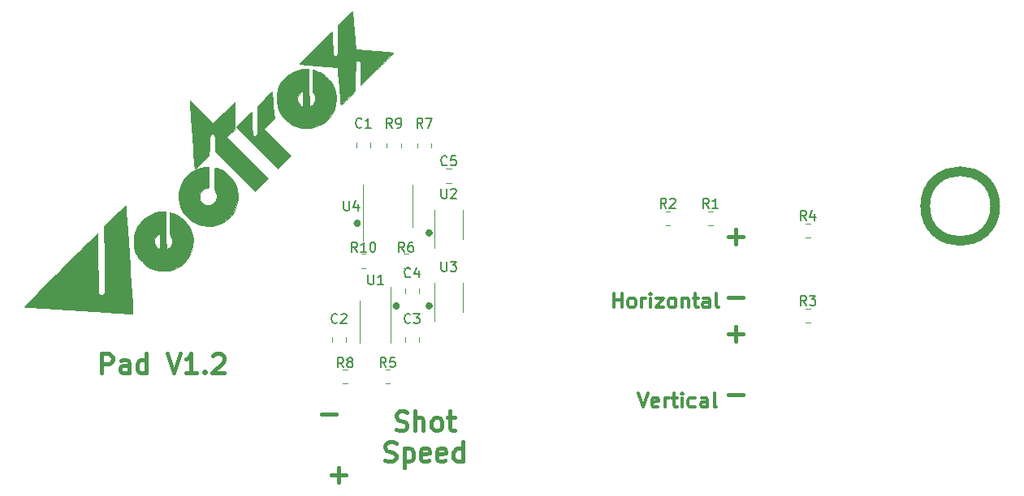
<source format=gbr>
%TF.GenerationSoftware,KiCad,Pcbnew,(6.0.5-71-gf89d5f9949)*%
%TF.CreationDate,2022-05-26T15:02:21+02:00*%
%TF.ProjectId,Vectrex Pad miniNeoGeo,56656374-7265-4782-9050-6164206d696e,1.2*%
%TF.SameCoordinates,Original*%
%TF.FileFunction,Legend,Top*%
%TF.FilePolarity,Positive*%
%FSLAX46Y46*%
G04 Gerber Fmt 4.6, Leading zero omitted, Abs format (unit mm)*
G04 Created by KiCad (PCBNEW (6.0.5-71-gf89d5f9949)) date 2022-05-26 15:02:21*
%MOMM*%
%LPD*%
G01*
G04 APERTURE LIST*
%ADD10C,0.800000*%
%ADD11C,0.300000*%
%ADD12C,0.400000*%
%ADD13C,0.150000*%
%ADD14C,0.120000*%
%ADD15C,0.010000*%
%ADD16C,1.000000*%
G04 APERTURE END LIST*
D10*
X135128001Y-78994000D02*
G75*
G03*
X135128001Y-78994000I-1J0D01*
G01*
X131699001Y-86614000D02*
G75*
G03*
X131699001Y-86614000I-1J0D01*
G01*
X127635000Y-77978000D02*
G75*
G03*
X127635000Y-77978000I-1J0D01*
G01*
X135128001Y-86614000D02*
G75*
G03*
X135128001Y-86614000I-1J0D01*
G01*
D11*
X156928857Y-95698571D02*
X157428857Y-97198571D01*
X157928857Y-95698571D01*
X159000285Y-97127142D02*
X158857428Y-97198571D01*
X158571714Y-97198571D01*
X158428857Y-97127142D01*
X158357428Y-96984285D01*
X158357428Y-96412857D01*
X158428857Y-96270000D01*
X158571714Y-96198571D01*
X158857428Y-96198571D01*
X159000285Y-96270000D01*
X159071714Y-96412857D01*
X159071714Y-96555714D01*
X158357428Y-96698571D01*
X159714571Y-97198571D02*
X159714571Y-96198571D01*
X159714571Y-96484285D02*
X159786000Y-96341428D01*
X159857428Y-96270000D01*
X160000285Y-96198571D01*
X160143142Y-96198571D01*
X160428857Y-96198571D02*
X161000285Y-96198571D01*
X160643142Y-95698571D02*
X160643142Y-96984285D01*
X160714571Y-97127142D01*
X160857428Y-97198571D01*
X161000285Y-97198571D01*
X161500285Y-97198571D02*
X161500285Y-96198571D01*
X161500285Y-95698571D02*
X161428857Y-95770000D01*
X161500285Y-95841428D01*
X161571714Y-95770000D01*
X161500285Y-95698571D01*
X161500285Y-95841428D01*
X162857428Y-97127142D02*
X162714571Y-97198571D01*
X162428857Y-97198571D01*
X162286000Y-97127142D01*
X162214571Y-97055714D01*
X162143142Y-96912857D01*
X162143142Y-96484285D01*
X162214571Y-96341428D01*
X162286000Y-96270000D01*
X162428857Y-96198571D01*
X162714571Y-96198571D01*
X162857428Y-96270000D01*
X164143142Y-97198571D02*
X164143142Y-96412857D01*
X164071714Y-96270000D01*
X163928857Y-96198571D01*
X163643142Y-96198571D01*
X163500285Y-96270000D01*
X164143142Y-97127142D02*
X164000285Y-97198571D01*
X163643142Y-97198571D01*
X163500285Y-97127142D01*
X163428857Y-96984285D01*
X163428857Y-96841428D01*
X163500285Y-96698571D01*
X163643142Y-96627142D01*
X164000285Y-96627142D01*
X164143142Y-96555714D01*
X165071714Y-97198571D02*
X164928857Y-97127142D01*
X164857428Y-96984285D01*
X164857428Y-95698571D01*
D12*
X100981666Y-93614761D02*
X100981666Y-91614761D01*
X101743571Y-91614761D01*
X101934047Y-91710000D01*
X102029285Y-91805238D01*
X102124523Y-91995714D01*
X102124523Y-92281428D01*
X102029285Y-92471904D01*
X101934047Y-92567142D01*
X101743571Y-92662380D01*
X100981666Y-92662380D01*
X103838809Y-93614761D02*
X103838809Y-92567142D01*
X103743571Y-92376666D01*
X103553095Y-92281428D01*
X103172142Y-92281428D01*
X102981666Y-92376666D01*
X103838809Y-93519523D02*
X103648333Y-93614761D01*
X103172142Y-93614761D01*
X102981666Y-93519523D01*
X102886428Y-93329047D01*
X102886428Y-93138571D01*
X102981666Y-92948095D01*
X103172142Y-92852857D01*
X103648333Y-92852857D01*
X103838809Y-92757619D01*
X105648333Y-93614761D02*
X105648333Y-91614761D01*
X105648333Y-93519523D02*
X105457857Y-93614761D01*
X105076904Y-93614761D01*
X104886428Y-93519523D01*
X104791190Y-93424285D01*
X104695952Y-93233809D01*
X104695952Y-92662380D01*
X104791190Y-92471904D01*
X104886428Y-92376666D01*
X105076904Y-92281428D01*
X105457857Y-92281428D01*
X105648333Y-92376666D01*
X107838809Y-91614761D02*
X108505476Y-93614761D01*
X109172142Y-91614761D01*
X110886428Y-93614761D02*
X109743571Y-93614761D01*
X110315000Y-93614761D02*
X110315000Y-91614761D01*
X110124523Y-91900476D01*
X109934047Y-92090952D01*
X109743571Y-92186190D01*
X111743571Y-93424285D02*
X111838809Y-93519523D01*
X111743571Y-93614761D01*
X111648333Y-93519523D01*
X111743571Y-93424285D01*
X111743571Y-93614761D01*
X112600714Y-91805238D02*
X112695952Y-91710000D01*
X112886428Y-91614761D01*
X113362619Y-91614761D01*
X113553095Y-91710000D01*
X113648333Y-91805238D01*
X113743571Y-91995714D01*
X113743571Y-92186190D01*
X113648333Y-92471904D01*
X112505476Y-93614761D01*
X113743571Y-93614761D01*
X131667619Y-99529523D02*
X131953333Y-99624761D01*
X132429523Y-99624761D01*
X132620000Y-99529523D01*
X132715238Y-99434285D01*
X132810476Y-99243809D01*
X132810476Y-99053333D01*
X132715238Y-98862857D01*
X132620000Y-98767619D01*
X132429523Y-98672380D01*
X132048571Y-98577142D01*
X131858095Y-98481904D01*
X131762857Y-98386666D01*
X131667619Y-98196190D01*
X131667619Y-98005714D01*
X131762857Y-97815238D01*
X131858095Y-97720000D01*
X132048571Y-97624761D01*
X132524761Y-97624761D01*
X132810476Y-97720000D01*
X133667619Y-99624761D02*
X133667619Y-97624761D01*
X134524761Y-99624761D02*
X134524761Y-98577142D01*
X134429523Y-98386666D01*
X134239047Y-98291428D01*
X133953333Y-98291428D01*
X133762857Y-98386666D01*
X133667619Y-98481904D01*
X135762857Y-99624761D02*
X135572380Y-99529523D01*
X135477142Y-99434285D01*
X135381904Y-99243809D01*
X135381904Y-98672380D01*
X135477142Y-98481904D01*
X135572380Y-98386666D01*
X135762857Y-98291428D01*
X136048571Y-98291428D01*
X136239047Y-98386666D01*
X136334285Y-98481904D01*
X136429523Y-98672380D01*
X136429523Y-99243809D01*
X136334285Y-99434285D01*
X136239047Y-99529523D01*
X136048571Y-99624761D01*
X135762857Y-99624761D01*
X137000952Y-98291428D02*
X137762857Y-98291428D01*
X137286666Y-97624761D02*
X137286666Y-99339047D01*
X137381904Y-99529523D01*
X137572380Y-99624761D01*
X137762857Y-99624761D01*
X130524761Y-102749523D02*
X130810476Y-102844761D01*
X131286666Y-102844761D01*
X131477142Y-102749523D01*
X131572380Y-102654285D01*
X131667619Y-102463809D01*
X131667619Y-102273333D01*
X131572380Y-102082857D01*
X131477142Y-101987619D01*
X131286666Y-101892380D01*
X130905714Y-101797142D01*
X130715238Y-101701904D01*
X130620000Y-101606666D01*
X130524761Y-101416190D01*
X130524761Y-101225714D01*
X130620000Y-101035238D01*
X130715238Y-100940000D01*
X130905714Y-100844761D01*
X131381904Y-100844761D01*
X131667619Y-100940000D01*
X132524761Y-101511428D02*
X132524761Y-103511428D01*
X132524761Y-101606666D02*
X132715238Y-101511428D01*
X133096190Y-101511428D01*
X133286666Y-101606666D01*
X133381904Y-101701904D01*
X133477142Y-101892380D01*
X133477142Y-102463809D01*
X133381904Y-102654285D01*
X133286666Y-102749523D01*
X133096190Y-102844761D01*
X132715238Y-102844761D01*
X132524761Y-102749523D01*
X135096190Y-102749523D02*
X134905714Y-102844761D01*
X134524761Y-102844761D01*
X134334285Y-102749523D01*
X134239047Y-102559047D01*
X134239047Y-101797142D01*
X134334285Y-101606666D01*
X134524761Y-101511428D01*
X134905714Y-101511428D01*
X135096190Y-101606666D01*
X135191428Y-101797142D01*
X135191428Y-101987619D01*
X134239047Y-102178095D01*
X136810476Y-102749523D02*
X136620000Y-102844761D01*
X136239047Y-102844761D01*
X136048571Y-102749523D01*
X135953333Y-102559047D01*
X135953333Y-101797142D01*
X136048571Y-101606666D01*
X136239047Y-101511428D01*
X136620000Y-101511428D01*
X136810476Y-101606666D01*
X136905714Y-101797142D01*
X136905714Y-101987619D01*
X135953333Y-102178095D01*
X138620000Y-102844761D02*
X138620000Y-100844761D01*
X138620000Y-102749523D02*
X138429523Y-102844761D01*
X138048571Y-102844761D01*
X137858095Y-102749523D01*
X137762857Y-102654285D01*
X137667619Y-102463809D01*
X137667619Y-101892380D01*
X137762857Y-101701904D01*
X137858095Y-101606666D01*
X138048571Y-101511428D01*
X138429523Y-101511428D01*
X138620000Y-101606666D01*
X166370095Y-85740857D02*
X167893904Y-85740857D01*
X123952095Y-97932857D02*
X125475904Y-97932857D01*
X124968095Y-104282857D02*
X126491904Y-104282857D01*
X125730000Y-105044761D02*
X125730000Y-103520952D01*
D11*
X154373142Y-86784571D02*
X154373142Y-85284571D01*
X154373142Y-85998857D02*
X155230285Y-85998857D01*
X155230285Y-86784571D02*
X155230285Y-85284571D01*
X156158857Y-86784571D02*
X156016000Y-86713142D01*
X155944571Y-86641714D01*
X155873142Y-86498857D01*
X155873142Y-86070285D01*
X155944571Y-85927428D01*
X156016000Y-85856000D01*
X156158857Y-85784571D01*
X156373142Y-85784571D01*
X156516000Y-85856000D01*
X156587428Y-85927428D01*
X156658857Y-86070285D01*
X156658857Y-86498857D01*
X156587428Y-86641714D01*
X156516000Y-86713142D01*
X156373142Y-86784571D01*
X156158857Y-86784571D01*
X157301714Y-86784571D02*
X157301714Y-85784571D01*
X157301714Y-86070285D02*
X157373142Y-85927428D01*
X157444571Y-85856000D01*
X157587428Y-85784571D01*
X157730285Y-85784571D01*
X158230285Y-86784571D02*
X158230285Y-85784571D01*
X158230285Y-85284571D02*
X158158857Y-85356000D01*
X158230285Y-85427428D01*
X158301714Y-85356000D01*
X158230285Y-85284571D01*
X158230285Y-85427428D01*
X158801714Y-85784571D02*
X159587428Y-85784571D01*
X158801714Y-86784571D01*
X159587428Y-86784571D01*
X160373142Y-86784571D02*
X160230285Y-86713142D01*
X160158857Y-86641714D01*
X160087428Y-86498857D01*
X160087428Y-86070285D01*
X160158857Y-85927428D01*
X160230285Y-85856000D01*
X160373142Y-85784571D01*
X160587428Y-85784571D01*
X160730285Y-85856000D01*
X160801714Y-85927428D01*
X160873142Y-86070285D01*
X160873142Y-86498857D01*
X160801714Y-86641714D01*
X160730285Y-86713142D01*
X160587428Y-86784571D01*
X160373142Y-86784571D01*
X161516000Y-85784571D02*
X161516000Y-86784571D01*
X161516000Y-85927428D02*
X161587428Y-85856000D01*
X161730285Y-85784571D01*
X161944571Y-85784571D01*
X162087428Y-85856000D01*
X162158857Y-85998857D01*
X162158857Y-86784571D01*
X162658857Y-85784571D02*
X163230285Y-85784571D01*
X162873142Y-85284571D02*
X162873142Y-86570285D01*
X162944571Y-86713142D01*
X163087428Y-86784571D01*
X163230285Y-86784571D01*
X164373142Y-86784571D02*
X164373142Y-85998857D01*
X164301714Y-85856000D01*
X164158857Y-85784571D01*
X163873142Y-85784571D01*
X163730285Y-85856000D01*
X164373142Y-86713142D02*
X164230285Y-86784571D01*
X163873142Y-86784571D01*
X163730285Y-86713142D01*
X163658857Y-86570285D01*
X163658857Y-86427428D01*
X163730285Y-86284571D01*
X163873142Y-86213142D01*
X164230285Y-86213142D01*
X164373142Y-86141714D01*
X165301714Y-86784571D02*
X165158857Y-86713142D01*
X165087428Y-86570285D01*
X165087428Y-85284571D01*
D12*
X166370095Y-89550857D02*
X167893904Y-89550857D01*
X167132000Y-90312761D02*
X167132000Y-88788952D01*
X166370095Y-79390857D02*
X167893904Y-79390857D01*
X167132000Y-80152761D02*
X167132000Y-78628952D01*
X166370095Y-95900857D02*
X167893904Y-95900857D01*
D13*
%TO.C,R6*%
X132548333Y-80970380D02*
X132215000Y-80494190D01*
X131976904Y-80970380D02*
X131976904Y-79970380D01*
X132357857Y-79970380D01*
X132453095Y-80018000D01*
X132500714Y-80065619D01*
X132548333Y-80160857D01*
X132548333Y-80303714D01*
X132500714Y-80398952D01*
X132453095Y-80446571D01*
X132357857Y-80494190D01*
X131976904Y-80494190D01*
X133405476Y-79970380D02*
X133215000Y-79970380D01*
X133119761Y-80018000D01*
X133072142Y-80065619D01*
X132976904Y-80208476D01*
X132929285Y-80398952D01*
X132929285Y-80779904D01*
X132976904Y-80875142D01*
X133024523Y-80922761D01*
X133119761Y-80970380D01*
X133310238Y-80970380D01*
X133405476Y-80922761D01*
X133453095Y-80875142D01*
X133500714Y-80779904D01*
X133500714Y-80541809D01*
X133453095Y-80446571D01*
X133405476Y-80398952D01*
X133310238Y-80351333D01*
X133119761Y-80351333D01*
X133024523Y-80398952D01*
X132976904Y-80446571D01*
X132929285Y-80541809D01*
%TO.C,C3*%
X133183333Y-88342742D02*
X133135714Y-88390361D01*
X132992857Y-88437980D01*
X132897619Y-88437980D01*
X132754761Y-88390361D01*
X132659523Y-88295123D01*
X132611904Y-88199885D01*
X132564285Y-88009409D01*
X132564285Y-87866552D01*
X132611904Y-87676076D01*
X132659523Y-87580838D01*
X132754761Y-87485600D01*
X132897619Y-87437980D01*
X132992857Y-87437980D01*
X133135714Y-87485600D01*
X133183333Y-87533219D01*
X133516666Y-87437980D02*
X134135714Y-87437980D01*
X133802380Y-87818933D01*
X133945238Y-87818933D01*
X134040476Y-87866552D01*
X134088095Y-87914171D01*
X134135714Y-88009409D01*
X134135714Y-88247504D01*
X134088095Y-88342742D01*
X134040476Y-88390361D01*
X133945238Y-88437980D01*
X133659523Y-88437980D01*
X133564285Y-88390361D01*
X133516666Y-88342742D01*
%TO.C,U2*%
X136398095Y-74382380D02*
X136398095Y-75191904D01*
X136445714Y-75287142D01*
X136493333Y-75334761D01*
X136588571Y-75382380D01*
X136779047Y-75382380D01*
X136874285Y-75334761D01*
X136921904Y-75287142D01*
X136969523Y-75191904D01*
X136969523Y-74382380D01*
X137398095Y-74477619D02*
X137445714Y-74430000D01*
X137540952Y-74382380D01*
X137779047Y-74382380D01*
X137874285Y-74430000D01*
X137921904Y-74477619D01*
X137969523Y-74572857D01*
X137969523Y-74668095D01*
X137921904Y-74810952D01*
X137350476Y-75382380D01*
X137969523Y-75382380D01*
%TO.C,R8*%
X126198333Y-93035380D02*
X125865000Y-92559190D01*
X125626904Y-93035380D02*
X125626904Y-92035380D01*
X126007857Y-92035380D01*
X126103095Y-92083000D01*
X126150714Y-92130619D01*
X126198333Y-92225857D01*
X126198333Y-92368714D01*
X126150714Y-92463952D01*
X126103095Y-92511571D01*
X126007857Y-92559190D01*
X125626904Y-92559190D01*
X126769761Y-92463952D02*
X126674523Y-92416333D01*
X126626904Y-92368714D01*
X126579285Y-92273476D01*
X126579285Y-92225857D01*
X126626904Y-92130619D01*
X126674523Y-92083000D01*
X126769761Y-92035380D01*
X126960238Y-92035380D01*
X127055476Y-92083000D01*
X127103095Y-92130619D01*
X127150714Y-92225857D01*
X127150714Y-92273476D01*
X127103095Y-92368714D01*
X127055476Y-92416333D01*
X126960238Y-92463952D01*
X126769761Y-92463952D01*
X126674523Y-92511571D01*
X126626904Y-92559190D01*
X126579285Y-92654428D01*
X126579285Y-92844904D01*
X126626904Y-92940142D01*
X126674523Y-92987761D01*
X126769761Y-93035380D01*
X126960238Y-93035380D01*
X127055476Y-92987761D01*
X127103095Y-92940142D01*
X127150714Y-92844904D01*
X127150714Y-92654428D01*
X127103095Y-92559190D01*
X127055476Y-92511571D01*
X126960238Y-92463952D01*
%TO.C,R2*%
X159853333Y-76398380D02*
X159520000Y-75922190D01*
X159281904Y-76398380D02*
X159281904Y-75398380D01*
X159662857Y-75398380D01*
X159758095Y-75446000D01*
X159805714Y-75493619D01*
X159853333Y-75588857D01*
X159853333Y-75731714D01*
X159805714Y-75826952D01*
X159758095Y-75874571D01*
X159662857Y-75922190D01*
X159281904Y-75922190D01*
X160234285Y-75493619D02*
X160281904Y-75446000D01*
X160377142Y-75398380D01*
X160615238Y-75398380D01*
X160710476Y-75446000D01*
X160758095Y-75493619D01*
X160805714Y-75588857D01*
X160805714Y-75684095D01*
X160758095Y-75826952D01*
X160186666Y-76398380D01*
X160805714Y-76398380D01*
%TO.C,R10*%
X127627142Y-80970380D02*
X127293809Y-80494190D01*
X127055714Y-80970380D02*
X127055714Y-79970380D01*
X127436666Y-79970380D01*
X127531904Y-80018000D01*
X127579523Y-80065619D01*
X127627142Y-80160857D01*
X127627142Y-80303714D01*
X127579523Y-80398952D01*
X127531904Y-80446571D01*
X127436666Y-80494190D01*
X127055714Y-80494190D01*
X128579523Y-80970380D02*
X128008095Y-80970380D01*
X128293809Y-80970380D02*
X128293809Y-79970380D01*
X128198571Y-80113238D01*
X128103333Y-80208476D01*
X128008095Y-80256095D01*
X129198571Y-79970380D02*
X129293809Y-79970380D01*
X129389047Y-80018000D01*
X129436666Y-80065619D01*
X129484285Y-80160857D01*
X129531904Y-80351333D01*
X129531904Y-80589428D01*
X129484285Y-80779904D01*
X129436666Y-80875142D01*
X129389047Y-80922761D01*
X129293809Y-80970380D01*
X129198571Y-80970380D01*
X129103333Y-80922761D01*
X129055714Y-80875142D01*
X129008095Y-80779904D01*
X128960476Y-80589428D01*
X128960476Y-80351333D01*
X129008095Y-80160857D01*
X129055714Y-80065619D01*
X129103333Y-80018000D01*
X129198571Y-79970380D01*
%TO.C,R4*%
X174458333Y-77668380D02*
X174125000Y-77192190D01*
X173886904Y-77668380D02*
X173886904Y-76668380D01*
X174267857Y-76668380D01*
X174363095Y-76716000D01*
X174410714Y-76763619D01*
X174458333Y-76858857D01*
X174458333Y-77001714D01*
X174410714Y-77096952D01*
X174363095Y-77144571D01*
X174267857Y-77192190D01*
X173886904Y-77192190D01*
X175315476Y-77001714D02*
X175315476Y-77668380D01*
X175077380Y-76620761D02*
X174839285Y-77335047D01*
X175458333Y-77335047D01*
%TO.C,C2*%
X125563333Y-88342742D02*
X125515714Y-88390361D01*
X125372857Y-88437980D01*
X125277619Y-88437980D01*
X125134761Y-88390361D01*
X125039523Y-88295123D01*
X124991904Y-88199885D01*
X124944285Y-88009409D01*
X124944285Y-87866552D01*
X124991904Y-87676076D01*
X125039523Y-87580838D01*
X125134761Y-87485600D01*
X125277619Y-87437980D01*
X125372857Y-87437980D01*
X125515714Y-87485600D01*
X125563333Y-87533219D01*
X125944285Y-87533219D02*
X125991904Y-87485600D01*
X126087142Y-87437980D01*
X126325238Y-87437980D01*
X126420476Y-87485600D01*
X126468095Y-87533219D01*
X126515714Y-87628457D01*
X126515714Y-87723695D01*
X126468095Y-87866552D01*
X125896666Y-88437980D01*
X126515714Y-88437980D01*
%TO.C,R3*%
X174458333Y-86558380D02*
X174125000Y-86082190D01*
X173886904Y-86558380D02*
X173886904Y-85558380D01*
X174267857Y-85558380D01*
X174363095Y-85606000D01*
X174410714Y-85653619D01*
X174458333Y-85748857D01*
X174458333Y-85891714D01*
X174410714Y-85986952D01*
X174363095Y-86034571D01*
X174267857Y-86082190D01*
X173886904Y-86082190D01*
X174791666Y-85558380D02*
X175410714Y-85558380D01*
X175077380Y-85939333D01*
X175220238Y-85939333D01*
X175315476Y-85986952D01*
X175363095Y-86034571D01*
X175410714Y-86129809D01*
X175410714Y-86367904D01*
X175363095Y-86463142D01*
X175315476Y-86510761D01*
X175220238Y-86558380D01*
X174934523Y-86558380D01*
X174839285Y-86510761D01*
X174791666Y-86463142D01*
%TO.C,R7*%
X134453333Y-68016380D02*
X134120000Y-67540190D01*
X133881904Y-68016380D02*
X133881904Y-67016380D01*
X134262857Y-67016380D01*
X134358095Y-67064000D01*
X134405714Y-67111619D01*
X134453333Y-67206857D01*
X134453333Y-67349714D01*
X134405714Y-67444952D01*
X134358095Y-67492571D01*
X134262857Y-67540190D01*
X133881904Y-67540190D01*
X134786666Y-67016380D02*
X135453333Y-67016380D01*
X135024761Y-68016380D01*
%TO.C,R9*%
X131278333Y-68016380D02*
X130945000Y-67540190D01*
X130706904Y-68016380D02*
X130706904Y-67016380D01*
X131087857Y-67016380D01*
X131183095Y-67064000D01*
X131230714Y-67111619D01*
X131278333Y-67206857D01*
X131278333Y-67349714D01*
X131230714Y-67444952D01*
X131183095Y-67492571D01*
X131087857Y-67540190D01*
X130706904Y-67540190D01*
X131754523Y-68016380D02*
X131945000Y-68016380D01*
X132040238Y-67968761D01*
X132087857Y-67921142D01*
X132183095Y-67778285D01*
X132230714Y-67587809D01*
X132230714Y-67206857D01*
X132183095Y-67111619D01*
X132135476Y-67064000D01*
X132040238Y-67016380D01*
X131849761Y-67016380D01*
X131754523Y-67064000D01*
X131706904Y-67111619D01*
X131659285Y-67206857D01*
X131659285Y-67444952D01*
X131706904Y-67540190D01*
X131754523Y-67587809D01*
X131849761Y-67635428D01*
X132040238Y-67635428D01*
X132135476Y-67587809D01*
X132183095Y-67540190D01*
X132230714Y-67444952D01*
%TO.C,R1*%
X164298333Y-76398380D02*
X163965000Y-75922190D01*
X163726904Y-76398380D02*
X163726904Y-75398380D01*
X164107857Y-75398380D01*
X164203095Y-75446000D01*
X164250714Y-75493619D01*
X164298333Y-75588857D01*
X164298333Y-75731714D01*
X164250714Y-75826952D01*
X164203095Y-75874571D01*
X164107857Y-75922190D01*
X163726904Y-75922190D01*
X165250714Y-76398380D02*
X164679285Y-76398380D01*
X164965000Y-76398380D02*
X164965000Y-75398380D01*
X164869761Y-75541238D01*
X164774523Y-75636476D01*
X164679285Y-75684095D01*
%TO.C,U4*%
X126238095Y-75652380D02*
X126238095Y-76461904D01*
X126285714Y-76557142D01*
X126333333Y-76604761D01*
X126428571Y-76652380D01*
X126619047Y-76652380D01*
X126714285Y-76604761D01*
X126761904Y-76557142D01*
X126809523Y-76461904D01*
X126809523Y-75652380D01*
X127714285Y-75985714D02*
X127714285Y-76652380D01*
X127476190Y-75604761D02*
X127238095Y-76319047D01*
X127857142Y-76319047D01*
%TO.C,U3*%
X136398095Y-82002380D02*
X136398095Y-82811904D01*
X136445714Y-82907142D01*
X136493333Y-82954761D01*
X136588571Y-83002380D01*
X136779047Y-83002380D01*
X136874285Y-82954761D01*
X136921904Y-82907142D01*
X136969523Y-82811904D01*
X136969523Y-82002380D01*
X137350476Y-82002380D02*
X137969523Y-82002380D01*
X137636190Y-82383333D01*
X137779047Y-82383333D01*
X137874285Y-82430952D01*
X137921904Y-82478571D01*
X137969523Y-82573809D01*
X137969523Y-82811904D01*
X137921904Y-82907142D01*
X137874285Y-82954761D01*
X137779047Y-83002380D01*
X137493333Y-83002380D01*
X137398095Y-82954761D01*
X137350476Y-82907142D01*
%TO.C,U1*%
X128778095Y-83373980D02*
X128778095Y-84183504D01*
X128825714Y-84278742D01*
X128873333Y-84326361D01*
X128968571Y-84373980D01*
X129159047Y-84373980D01*
X129254285Y-84326361D01*
X129301904Y-84278742D01*
X129349523Y-84183504D01*
X129349523Y-83373980D01*
X130349523Y-84373980D02*
X129778095Y-84373980D01*
X130063809Y-84373980D02*
X130063809Y-83373980D01*
X129968571Y-83516838D01*
X129873333Y-83612076D01*
X129778095Y-83659695D01*
%TO.C,C4*%
X133183333Y-83542142D02*
X133135714Y-83589761D01*
X132992857Y-83637380D01*
X132897619Y-83637380D01*
X132754761Y-83589761D01*
X132659523Y-83494523D01*
X132611904Y-83399285D01*
X132564285Y-83208809D01*
X132564285Y-83065952D01*
X132611904Y-82875476D01*
X132659523Y-82780238D01*
X132754761Y-82685000D01*
X132897619Y-82637380D01*
X132992857Y-82637380D01*
X133135714Y-82685000D01*
X133183333Y-82732619D01*
X134040476Y-82970714D02*
X134040476Y-83637380D01*
X133802380Y-82589761D02*
X133564285Y-83304047D01*
X134183333Y-83304047D01*
%TO.C,C5*%
X136993333Y-71858142D02*
X136945714Y-71905761D01*
X136802857Y-71953380D01*
X136707619Y-71953380D01*
X136564761Y-71905761D01*
X136469523Y-71810523D01*
X136421904Y-71715285D01*
X136374285Y-71524809D01*
X136374285Y-71381952D01*
X136421904Y-71191476D01*
X136469523Y-71096238D01*
X136564761Y-71001000D01*
X136707619Y-70953380D01*
X136802857Y-70953380D01*
X136945714Y-71001000D01*
X136993333Y-71048619D01*
X137898095Y-70953380D02*
X137421904Y-70953380D01*
X137374285Y-71429571D01*
X137421904Y-71381952D01*
X137517142Y-71334333D01*
X137755238Y-71334333D01*
X137850476Y-71381952D01*
X137898095Y-71429571D01*
X137945714Y-71524809D01*
X137945714Y-71762904D01*
X137898095Y-71858142D01*
X137850476Y-71905761D01*
X137755238Y-71953380D01*
X137517142Y-71953380D01*
X137421904Y-71905761D01*
X137374285Y-71858142D01*
%TO.C,C1*%
X128103333Y-67921142D02*
X128055714Y-67968761D01*
X127912857Y-68016380D01*
X127817619Y-68016380D01*
X127674761Y-67968761D01*
X127579523Y-67873523D01*
X127531904Y-67778285D01*
X127484285Y-67587809D01*
X127484285Y-67444952D01*
X127531904Y-67254476D01*
X127579523Y-67159238D01*
X127674761Y-67064000D01*
X127817619Y-67016380D01*
X127912857Y-67016380D01*
X128055714Y-67064000D01*
X128103333Y-67111619D01*
X129055714Y-68016380D02*
X128484285Y-68016380D01*
X128770000Y-68016380D02*
X128770000Y-67016380D01*
X128674761Y-67159238D01*
X128579523Y-67254476D01*
X128484285Y-67302095D01*
%TO.C,R5*%
X130643333Y-93009980D02*
X130310000Y-92533790D01*
X130071904Y-93009980D02*
X130071904Y-92009980D01*
X130452857Y-92009980D01*
X130548095Y-92057600D01*
X130595714Y-92105219D01*
X130643333Y-92200457D01*
X130643333Y-92343314D01*
X130595714Y-92438552D01*
X130548095Y-92486171D01*
X130452857Y-92533790D01*
X130071904Y-92533790D01*
X131548095Y-92009980D02*
X131071904Y-92009980D01*
X131024285Y-92486171D01*
X131071904Y-92438552D01*
X131167142Y-92390933D01*
X131405238Y-92390933D01*
X131500476Y-92438552D01*
X131548095Y-92486171D01*
X131595714Y-92581409D01*
X131595714Y-92819504D01*
X131548095Y-92914742D01*
X131500476Y-92962361D01*
X131405238Y-93009980D01*
X131167142Y-93009980D01*
X131071904Y-92962361D01*
X131024285Y-92914742D01*
D14*
%TO.C,R6*%
X132942064Y-81180000D02*
X132487936Y-81180000D01*
X132942064Y-82650000D02*
X132487936Y-82650000D01*
%TO.C,C3*%
X134085000Y-89908748D02*
X134085000Y-90431252D01*
X132615000Y-89908748D02*
X132615000Y-90431252D01*
%TO.C,U2*%
X135660000Y-76605000D02*
X135660000Y-80605000D01*
X138660000Y-76605000D02*
X138660000Y-79605000D01*
%TO.C,R8*%
X126137936Y-94715000D02*
X126592064Y-94715000D01*
X126137936Y-93245000D02*
X126592064Y-93245000D01*
%TO.C,G\u002A\u002A\u002A*%
G36*
X119847951Y-66833179D02*
G01*
X119689516Y-66622150D01*
X119661006Y-66576644D01*
X119469296Y-66185496D01*
X119325368Y-65748997D01*
X119240504Y-65305780D01*
X119224508Y-65094542D01*
X121399416Y-65094542D01*
X121483344Y-65376169D01*
X121521136Y-65451576D01*
X121598710Y-65563752D01*
X121699624Y-65671949D01*
X121802306Y-65757476D01*
X121885182Y-65801646D01*
X121920381Y-65797445D01*
X121927827Y-65745837D01*
X121934358Y-65616862D01*
X121939531Y-65426024D01*
X121942901Y-65188822D01*
X121944011Y-64970353D01*
X121942945Y-64706462D01*
X121939387Y-64475995D01*
X121933790Y-64294518D01*
X121926608Y-64177593D01*
X121919859Y-64140806D01*
X121876807Y-64157438D01*
X121790099Y-64225947D01*
X121696425Y-64314003D01*
X121506676Y-64558793D01*
X121407434Y-64820529D01*
X121399416Y-65094542D01*
X119224508Y-65094542D01*
X119223213Y-65077442D01*
X119251272Y-64546309D01*
X119362657Y-64042626D01*
X119550739Y-63573675D01*
X119808894Y-63146735D01*
X120130494Y-62769090D01*
X120508912Y-62448021D01*
X120937523Y-62190810D01*
X121409698Y-62004737D01*
X121918812Y-61897085D01*
X122135441Y-61877378D01*
X122318057Y-61871557D01*
X122464665Y-61875319D01*
X122550975Y-61887745D01*
X122562062Y-61893566D01*
X122570234Y-61946745D01*
X122577855Y-62082961D01*
X122584732Y-62292379D01*
X122590669Y-62565168D01*
X122595475Y-62891493D01*
X122598957Y-63261522D01*
X122600918Y-63665422D01*
X122601274Y-63886435D01*
X122602230Y-64380049D01*
X122604748Y-64787751D01*
X122609118Y-65116492D01*
X122615636Y-65373223D01*
X122624594Y-65564892D01*
X122636287Y-65698452D01*
X122651008Y-65780852D01*
X122669049Y-65819041D01*
X122683060Y-65823374D01*
X122758128Y-65782429D01*
X122869175Y-65694695D01*
X122963142Y-65607377D01*
X123089822Y-65467391D01*
X123165375Y-65338091D01*
X123214468Y-65176495D01*
X123217105Y-65164860D01*
X123234640Y-64942277D01*
X123199550Y-64713475D01*
X123119862Y-64513384D01*
X123043863Y-64411110D01*
X123017450Y-64355696D01*
X122996832Y-64243409D01*
X122981522Y-64066761D01*
X122971032Y-63818267D01*
X122964873Y-63490441D01*
X122962738Y-63166153D01*
X122963555Y-62846432D01*
X122967566Y-62558348D01*
X122974326Y-62314622D01*
X122983393Y-62127977D01*
X122994319Y-62011136D01*
X123004264Y-61976382D01*
X123090307Y-61973122D01*
X123239044Y-62008296D01*
X123431676Y-62075794D01*
X123649405Y-62169509D01*
X123752202Y-62219433D01*
X123893349Y-62295175D01*
X124017260Y-62375336D01*
X124143428Y-62475538D01*
X124291348Y-62611405D01*
X124480508Y-62798560D01*
X124502777Y-62821034D01*
X124690784Y-63013869D01*
X124826678Y-63162657D01*
X124925768Y-63287226D01*
X125003359Y-63407398D01*
X125074758Y-63543002D01*
X125098905Y-63593118D01*
X125253400Y-63967431D01*
X125351160Y-64333617D01*
X125400007Y-64727285D01*
X125409189Y-65005592D01*
X125366762Y-65521960D01*
X125237327Y-66020757D01*
X125026546Y-66490435D01*
X124740087Y-66919449D01*
X124383614Y-67296254D01*
X124217883Y-67433476D01*
X123783415Y-67710741D01*
X123311434Y-67908934D01*
X122814240Y-68027366D01*
X122304132Y-68065348D01*
X121793410Y-68022187D01*
X121294371Y-67897197D01*
X120819318Y-67689686D01*
X120714332Y-67629971D01*
X120511792Y-67486821D01*
X120283564Y-67289990D01*
X120181820Y-67189753D01*
X120054126Y-67063951D01*
X119847951Y-66833179D01*
G37*
D15*
X119847951Y-66833179D02*
X119689516Y-66622150D01*
X119661006Y-66576644D01*
X119469296Y-66185496D01*
X119325368Y-65748997D01*
X119240504Y-65305780D01*
X119224508Y-65094542D01*
X121399416Y-65094542D01*
X121483344Y-65376169D01*
X121521136Y-65451576D01*
X121598710Y-65563752D01*
X121699624Y-65671949D01*
X121802306Y-65757476D01*
X121885182Y-65801646D01*
X121920381Y-65797445D01*
X121927827Y-65745837D01*
X121934358Y-65616862D01*
X121939531Y-65426024D01*
X121942901Y-65188822D01*
X121944011Y-64970353D01*
X121942945Y-64706462D01*
X121939387Y-64475995D01*
X121933790Y-64294518D01*
X121926608Y-64177593D01*
X121919859Y-64140806D01*
X121876807Y-64157438D01*
X121790099Y-64225947D01*
X121696425Y-64314003D01*
X121506676Y-64558793D01*
X121407434Y-64820529D01*
X121399416Y-65094542D01*
X119224508Y-65094542D01*
X119223213Y-65077442D01*
X119251272Y-64546309D01*
X119362657Y-64042626D01*
X119550739Y-63573675D01*
X119808894Y-63146735D01*
X120130494Y-62769090D01*
X120508912Y-62448021D01*
X120937523Y-62190810D01*
X121409698Y-62004737D01*
X121918812Y-61897085D01*
X122135441Y-61877378D01*
X122318057Y-61871557D01*
X122464665Y-61875319D01*
X122550975Y-61887745D01*
X122562062Y-61893566D01*
X122570234Y-61946745D01*
X122577855Y-62082961D01*
X122584732Y-62292379D01*
X122590669Y-62565168D01*
X122595475Y-62891493D01*
X122598957Y-63261522D01*
X122600918Y-63665422D01*
X122601274Y-63886435D01*
X122602230Y-64380049D01*
X122604748Y-64787751D01*
X122609118Y-65116492D01*
X122615636Y-65373223D01*
X122624594Y-65564892D01*
X122636287Y-65698452D01*
X122651008Y-65780852D01*
X122669049Y-65819041D01*
X122683060Y-65823374D01*
X122758128Y-65782429D01*
X122869175Y-65694695D01*
X122963142Y-65607377D01*
X123089822Y-65467391D01*
X123165375Y-65338091D01*
X123214468Y-65176495D01*
X123217105Y-65164860D01*
X123234640Y-64942277D01*
X123199550Y-64713475D01*
X123119862Y-64513384D01*
X123043863Y-64411110D01*
X123017450Y-64355696D01*
X122996832Y-64243409D01*
X122981522Y-64066761D01*
X122971032Y-63818267D01*
X122964873Y-63490441D01*
X122962738Y-63166153D01*
X122963555Y-62846432D01*
X122967566Y-62558348D01*
X122974326Y-62314622D01*
X122983393Y-62127977D01*
X122994319Y-62011136D01*
X123004264Y-61976382D01*
X123090307Y-61973122D01*
X123239044Y-62008296D01*
X123431676Y-62075794D01*
X123649405Y-62169509D01*
X123752202Y-62219433D01*
X123893349Y-62295175D01*
X124017260Y-62375336D01*
X124143428Y-62475538D01*
X124291348Y-62611405D01*
X124480508Y-62798560D01*
X124502777Y-62821034D01*
X124690784Y-63013869D01*
X124826678Y-63162657D01*
X124925768Y-63287226D01*
X125003359Y-63407398D01*
X125074758Y-63543002D01*
X125098905Y-63593118D01*
X125253400Y-63967431D01*
X125351160Y-64333617D01*
X125400007Y-64727285D01*
X125409189Y-65005592D01*
X125366762Y-65521960D01*
X125237327Y-66020757D01*
X125026546Y-66490435D01*
X124740087Y-66919449D01*
X124383614Y-67296254D01*
X124217883Y-67433476D01*
X123783415Y-67710741D01*
X123311434Y-67908934D01*
X122814240Y-68027366D01*
X122304132Y-68065348D01*
X121793410Y-68022187D01*
X121294371Y-67897197D01*
X120819318Y-67689686D01*
X120714332Y-67629971D01*
X120511792Y-67486821D01*
X120283564Y-67289990D01*
X120181820Y-67189753D01*
X120054126Y-67063951D01*
X119847951Y-66833179D01*
G36*
X127116474Y-55916443D02*
G01*
X127131773Y-56049484D01*
X127152547Y-56255776D01*
X127177905Y-56525652D01*
X127206950Y-56849446D01*
X127238786Y-57217490D01*
X127272519Y-57620117D01*
X127292073Y-57859171D01*
X127451652Y-59827076D01*
X127614831Y-59834194D01*
X127764320Y-59842707D01*
X127979065Y-59857699D01*
X128247362Y-59878134D01*
X128557499Y-59902976D01*
X128897770Y-59931187D01*
X129256468Y-59961730D01*
X129621883Y-59993569D01*
X129982308Y-60025667D01*
X130326036Y-60056988D01*
X130641356Y-60086493D01*
X130916564Y-60113148D01*
X131139949Y-60135916D01*
X131299805Y-60153758D01*
X131384423Y-60165639D01*
X131394878Y-60168921D01*
X131362844Y-60206377D01*
X131270861Y-60302814D01*
X131125112Y-60452006D01*
X130931773Y-60647728D01*
X130697026Y-60883751D01*
X130427051Y-61153851D01*
X130128027Y-61451802D01*
X129806134Y-61771377D01*
X129698425Y-61878065D01*
X128001972Y-63557499D01*
X127990197Y-62347263D01*
X127985567Y-62020367D01*
X127978597Y-61723909D01*
X127969812Y-61470607D01*
X127959734Y-61273173D01*
X127948888Y-61144324D01*
X127938787Y-61097391D01*
X127848374Y-61045358D01*
X127722526Y-61007857D01*
X127619961Y-61001820D01*
X127568197Y-61019276D01*
X127526514Y-61054969D01*
X127493845Y-61118057D01*
X127469122Y-61217699D01*
X127451279Y-61363054D01*
X127439248Y-61563278D01*
X127431962Y-61827531D01*
X127428354Y-62164969D01*
X127427357Y-62584752D01*
X127427367Y-62654548D01*
X127427902Y-64164403D01*
X126678710Y-64913595D01*
X126413047Y-65176974D01*
X126207563Y-65375405D01*
X126059041Y-65511808D01*
X125964266Y-65589100D01*
X125920022Y-65610201D01*
X125916040Y-65605693D01*
X125909523Y-65548446D01*
X125896500Y-65408623D01*
X125877822Y-65196226D01*
X125854338Y-64921256D01*
X125826898Y-64593716D01*
X125796352Y-64223609D01*
X125763549Y-63820936D01*
X125747863Y-63626606D01*
X125713927Y-63214162D01*
X125681001Y-62831312D01*
X125650027Y-62487780D01*
X125621947Y-62193289D01*
X125597702Y-61957562D01*
X125578235Y-61790323D01*
X125564487Y-61701295D01*
X125560200Y-61689199D01*
X125508303Y-61682316D01*
X125373599Y-61668994D01*
X125165866Y-61650082D01*
X124894882Y-61626426D01*
X124570424Y-61598872D01*
X124202269Y-61568269D01*
X123800196Y-61535460D01*
X123581847Y-61517881D01*
X123166703Y-61484217D01*
X122780975Y-61452178D01*
X122434344Y-61422625D01*
X122136492Y-61396417D01*
X121897106Y-61374415D01*
X121725868Y-61357482D01*
X121632460Y-61346474D01*
X121617844Y-61343363D01*
X121646069Y-61307959D01*
X121734070Y-61213235D01*
X121875794Y-61065377D01*
X122065188Y-60870576D01*
X122296197Y-60635017D01*
X122562769Y-60364888D01*
X122858851Y-60066378D01*
X123178388Y-59745674D01*
X123292947Y-59631031D01*
X123699517Y-59225675D01*
X124055241Y-58873545D01*
X124357984Y-58576693D01*
X124605614Y-58337174D01*
X124795997Y-58157041D01*
X124927002Y-58038349D01*
X124996494Y-57983148D01*
X125007560Y-57980101D01*
X125014196Y-58036579D01*
X125021840Y-58172834D01*
X125030011Y-58375786D01*
X125038232Y-58632354D01*
X125046023Y-58929456D01*
X125051450Y-59178674D01*
X125060517Y-59565013D01*
X125072016Y-59868356D01*
X125088122Y-60098579D01*
X125111010Y-60265558D01*
X125142857Y-60379166D01*
X125185837Y-60449277D01*
X125242126Y-60485769D01*
X125313899Y-60498515D01*
X125342371Y-60499193D01*
X125416670Y-60494438D01*
X125476724Y-60474280D01*
X125523989Y-60429881D01*
X125559917Y-60352405D01*
X125585962Y-60233013D01*
X125603576Y-60062868D01*
X125614215Y-59833131D01*
X125619330Y-59534967D01*
X125620374Y-59159536D01*
X125619332Y-58815035D01*
X125612886Y-57311091D01*
X126347745Y-56576233D01*
X126560548Y-56365554D01*
X126751380Y-56180672D01*
X126910636Y-56030566D01*
X127028705Y-55924210D01*
X127095983Y-55870581D01*
X127107549Y-55866320D01*
X127116474Y-55916443D01*
G37*
X127116474Y-55916443D02*
X127131773Y-56049484D01*
X127152547Y-56255776D01*
X127177905Y-56525652D01*
X127206950Y-56849446D01*
X127238786Y-57217490D01*
X127272519Y-57620117D01*
X127292073Y-57859171D01*
X127451652Y-59827076D01*
X127614831Y-59834194D01*
X127764320Y-59842707D01*
X127979065Y-59857699D01*
X128247362Y-59878134D01*
X128557499Y-59902976D01*
X128897770Y-59931187D01*
X129256468Y-59961730D01*
X129621883Y-59993569D01*
X129982308Y-60025667D01*
X130326036Y-60056988D01*
X130641356Y-60086493D01*
X130916564Y-60113148D01*
X131139949Y-60135916D01*
X131299805Y-60153758D01*
X131384423Y-60165639D01*
X131394878Y-60168921D01*
X131362844Y-60206377D01*
X131270861Y-60302814D01*
X131125112Y-60452006D01*
X130931773Y-60647728D01*
X130697026Y-60883751D01*
X130427051Y-61153851D01*
X130128027Y-61451802D01*
X129806134Y-61771377D01*
X129698425Y-61878065D01*
X128001972Y-63557499D01*
X127990197Y-62347263D01*
X127985567Y-62020367D01*
X127978597Y-61723909D01*
X127969812Y-61470607D01*
X127959734Y-61273173D01*
X127948888Y-61144324D01*
X127938787Y-61097391D01*
X127848374Y-61045358D01*
X127722526Y-61007857D01*
X127619961Y-61001820D01*
X127568197Y-61019276D01*
X127526514Y-61054969D01*
X127493845Y-61118057D01*
X127469122Y-61217699D01*
X127451279Y-61363054D01*
X127439248Y-61563278D01*
X127431962Y-61827531D01*
X127428354Y-62164969D01*
X127427357Y-62584752D01*
X127427367Y-62654548D01*
X127427902Y-64164403D01*
X126678710Y-64913595D01*
X126413047Y-65176974D01*
X126207563Y-65375405D01*
X126059041Y-65511808D01*
X125964266Y-65589100D01*
X125920022Y-65610201D01*
X125916040Y-65605693D01*
X125909523Y-65548446D01*
X125896500Y-65408623D01*
X125877822Y-65196226D01*
X125854338Y-64921256D01*
X125826898Y-64593716D01*
X125796352Y-64223609D01*
X125763549Y-63820936D01*
X125747863Y-63626606D01*
X125713927Y-63214162D01*
X125681001Y-62831312D01*
X125650027Y-62487780D01*
X125621947Y-62193289D01*
X125597702Y-61957562D01*
X125578235Y-61790323D01*
X125564487Y-61701295D01*
X125560200Y-61689199D01*
X125508303Y-61682316D01*
X125373599Y-61668994D01*
X125165866Y-61650082D01*
X124894882Y-61626426D01*
X124570424Y-61598872D01*
X124202269Y-61568269D01*
X123800196Y-61535460D01*
X123581847Y-61517881D01*
X123166703Y-61484217D01*
X122780975Y-61452178D01*
X122434344Y-61422625D01*
X122136492Y-61396417D01*
X121897106Y-61374415D01*
X121725868Y-61357482D01*
X121632460Y-61346474D01*
X121617844Y-61343363D01*
X121646069Y-61307959D01*
X121734070Y-61213235D01*
X121875794Y-61065377D01*
X122065188Y-60870576D01*
X122296197Y-60635017D01*
X122562769Y-60364888D01*
X122858851Y-60066378D01*
X123178388Y-59745674D01*
X123292947Y-59631031D01*
X123699517Y-59225675D01*
X124055241Y-58873545D01*
X124357984Y-58576693D01*
X124605614Y-58337174D01*
X124795997Y-58157041D01*
X124927002Y-58038349D01*
X124996494Y-57983148D01*
X125007560Y-57980101D01*
X125014196Y-58036579D01*
X125021840Y-58172834D01*
X125030011Y-58375786D01*
X125038232Y-58632354D01*
X125046023Y-58929456D01*
X125051450Y-59178674D01*
X125060517Y-59565013D01*
X125072016Y-59868356D01*
X125088122Y-60098579D01*
X125111010Y-60265558D01*
X125142857Y-60379166D01*
X125185837Y-60449277D01*
X125242126Y-60485769D01*
X125313899Y-60498515D01*
X125342371Y-60499193D01*
X125416670Y-60494438D01*
X125476724Y-60474280D01*
X125523989Y-60429881D01*
X125559917Y-60352405D01*
X125585962Y-60233013D01*
X125603576Y-60062868D01*
X125614215Y-59833131D01*
X125619330Y-59534967D01*
X125620374Y-59159536D01*
X125619332Y-58815035D01*
X125612886Y-57311091D01*
X126347745Y-56576233D01*
X126560548Y-56365554D01*
X126751380Y-56180672D01*
X126910636Y-56030566D01*
X127028705Y-55924210D01*
X127095983Y-55870581D01*
X127107549Y-55866320D01*
X127116474Y-55916443D01*
G36*
X103475556Y-76189283D02*
G01*
X103487856Y-76320301D01*
X103505174Y-76530282D01*
X103527049Y-76812366D01*
X103553019Y-77159695D01*
X103582624Y-77565412D01*
X103615403Y-78022656D01*
X103650895Y-78524568D01*
X103688637Y-79064290D01*
X103728168Y-79634964D01*
X103769030Y-80229730D01*
X103810758Y-80841731D01*
X103852893Y-81464106D01*
X103894973Y-82089997D01*
X103936538Y-82712548D01*
X103977125Y-83324896D01*
X104016274Y-83920184D01*
X104053523Y-84491555D01*
X104088412Y-85032147D01*
X104120480Y-85535104D01*
X104149264Y-85993566D01*
X104174305Y-86400675D01*
X104195140Y-86749571D01*
X104211309Y-87033397D01*
X104222351Y-87245292D01*
X104227803Y-87378399D01*
X104227289Y-87425784D01*
X104179982Y-87425128D01*
X104045658Y-87418746D01*
X103829971Y-87406986D01*
X103538573Y-87390193D01*
X103177120Y-87368716D01*
X102751265Y-87342902D01*
X102266663Y-87313098D01*
X101728967Y-87279652D01*
X101143830Y-87242909D01*
X100516906Y-87203220D01*
X99853852Y-87160930D01*
X99160318Y-87116385D01*
X98594994Y-87079856D01*
X97880795Y-87033455D01*
X97192242Y-86988466D01*
X96535027Y-86945275D01*
X95914837Y-86904265D01*
X95337360Y-86865822D01*
X94808289Y-86830330D01*
X94333311Y-86798173D01*
X93918116Y-86769737D01*
X93568391Y-86745406D01*
X93289828Y-86725566D01*
X93088115Y-86710600D01*
X92968942Y-86700894D01*
X92936933Y-86697216D01*
X92963347Y-86662225D01*
X93052655Y-86564842D01*
X93201852Y-86408121D01*
X93407936Y-86195112D01*
X93667904Y-85928865D01*
X93978752Y-85612431D01*
X94337475Y-85248859D01*
X94741073Y-84841203D01*
X95186539Y-84392511D01*
X95670872Y-83905835D01*
X96191067Y-83384225D01*
X96707886Y-82866965D01*
X97202454Y-82372725D01*
X97678665Y-81897472D01*
X98132415Y-81445267D01*
X98559606Y-81020168D01*
X98956135Y-80626234D01*
X99317902Y-80267525D01*
X99640805Y-79948099D01*
X99920746Y-79672016D01*
X100153621Y-79443336D01*
X100335330Y-79266116D01*
X100461773Y-79144418D01*
X100528850Y-79082300D01*
X100538902Y-79074887D01*
X100542601Y-79123454D01*
X100546773Y-79257124D01*
X100551310Y-79468132D01*
X100556102Y-79748714D01*
X100561040Y-80091104D01*
X100566015Y-80487538D01*
X100570919Y-80930251D01*
X100575641Y-81411478D01*
X100580076Y-81923452D01*
X100581643Y-82121993D01*
X100586382Y-82647503D01*
X100592251Y-83148251D01*
X100599064Y-83616065D01*
X100606642Y-84042772D01*
X100614801Y-84420203D01*
X100623358Y-84740183D01*
X100632129Y-84994545D01*
X100640935Y-85175114D01*
X100649589Y-85273719D01*
X100652419Y-85286993D01*
X100738724Y-85417688D01*
X100869040Y-85485106D01*
X101018587Y-85488353D01*
X101162582Y-85426543D01*
X101270214Y-85309194D01*
X101281263Y-85243528D01*
X101290400Y-85089765D01*
X101297590Y-84852655D01*
X101302799Y-84536953D01*
X101305991Y-84147411D01*
X101307131Y-83688782D01*
X101306186Y-83165819D01*
X101303121Y-82583276D01*
X101297900Y-81945903D01*
X101296099Y-81763305D01*
X101260940Y-78319370D01*
X102345852Y-77231728D01*
X102606744Y-76971290D01*
X102847362Y-76733218D01*
X103059761Y-76525208D01*
X103235993Y-76354956D01*
X103368113Y-76230160D01*
X103448174Y-76158518D01*
X103468735Y-76144086D01*
X103475556Y-76189283D01*
G37*
X103475556Y-76189283D02*
X103487856Y-76320301D01*
X103505174Y-76530282D01*
X103527049Y-76812366D01*
X103553019Y-77159695D01*
X103582624Y-77565412D01*
X103615403Y-78022656D01*
X103650895Y-78524568D01*
X103688637Y-79064290D01*
X103728168Y-79634964D01*
X103769030Y-80229730D01*
X103810758Y-80841731D01*
X103852893Y-81464106D01*
X103894973Y-82089997D01*
X103936538Y-82712548D01*
X103977125Y-83324896D01*
X104016274Y-83920184D01*
X104053523Y-84491555D01*
X104088412Y-85032147D01*
X104120480Y-85535104D01*
X104149264Y-85993566D01*
X104174305Y-86400675D01*
X104195140Y-86749571D01*
X104211309Y-87033397D01*
X104222351Y-87245292D01*
X104227803Y-87378399D01*
X104227289Y-87425784D01*
X104179982Y-87425128D01*
X104045658Y-87418746D01*
X103829971Y-87406986D01*
X103538573Y-87390193D01*
X103177120Y-87368716D01*
X102751265Y-87342902D01*
X102266663Y-87313098D01*
X101728967Y-87279652D01*
X101143830Y-87242909D01*
X100516906Y-87203220D01*
X99853852Y-87160930D01*
X99160318Y-87116385D01*
X98594994Y-87079856D01*
X97880795Y-87033455D01*
X97192242Y-86988466D01*
X96535027Y-86945275D01*
X95914837Y-86904265D01*
X95337360Y-86865822D01*
X94808289Y-86830330D01*
X94333311Y-86798173D01*
X93918116Y-86769737D01*
X93568391Y-86745406D01*
X93289828Y-86725566D01*
X93088115Y-86710600D01*
X92968942Y-86700894D01*
X92936933Y-86697216D01*
X92963347Y-86662225D01*
X93052655Y-86564842D01*
X93201852Y-86408121D01*
X93407936Y-86195112D01*
X93667904Y-85928865D01*
X93978752Y-85612431D01*
X94337475Y-85248859D01*
X94741073Y-84841203D01*
X95186539Y-84392511D01*
X95670872Y-83905835D01*
X96191067Y-83384225D01*
X96707886Y-82866965D01*
X97202454Y-82372725D01*
X97678665Y-81897472D01*
X98132415Y-81445267D01*
X98559606Y-81020168D01*
X98956135Y-80626234D01*
X99317902Y-80267525D01*
X99640805Y-79948099D01*
X99920746Y-79672016D01*
X100153621Y-79443336D01*
X100335330Y-79266116D01*
X100461773Y-79144418D01*
X100528850Y-79082300D01*
X100538902Y-79074887D01*
X100542601Y-79123454D01*
X100546773Y-79257124D01*
X100551310Y-79468132D01*
X100556102Y-79748714D01*
X100561040Y-80091104D01*
X100566015Y-80487538D01*
X100570919Y-80930251D01*
X100575641Y-81411478D01*
X100580076Y-81923452D01*
X100581643Y-82121993D01*
X100586382Y-82647503D01*
X100592251Y-83148251D01*
X100599064Y-83616065D01*
X100606642Y-84042772D01*
X100614801Y-84420203D01*
X100623358Y-84740183D01*
X100632129Y-84994545D01*
X100640935Y-85175114D01*
X100649589Y-85273719D01*
X100652419Y-85286993D01*
X100738724Y-85417688D01*
X100869040Y-85485106D01*
X101018587Y-85488353D01*
X101162582Y-85426543D01*
X101270214Y-85309194D01*
X101281263Y-85243528D01*
X101290400Y-85089765D01*
X101297590Y-84852655D01*
X101302799Y-84536953D01*
X101305991Y-84147411D01*
X101307131Y-83688782D01*
X101306186Y-83165819D01*
X101303121Y-82583276D01*
X101297900Y-81945903D01*
X101296099Y-81763305D01*
X101260940Y-78319370D01*
X102345852Y-77231728D01*
X102606744Y-76971290D01*
X102847362Y-76733218D01*
X103059761Y-76525208D01*
X103235993Y-76354956D01*
X103368113Y-76230160D01*
X103448174Y-76158518D01*
X103468735Y-76144086D01*
X103475556Y-76189283D01*
G36*
X112157432Y-73153334D02*
G01*
X112160028Y-74233048D01*
X111942468Y-74277330D01*
X111785839Y-74324371D01*
X111642508Y-74407731D01*
X111497535Y-74528345D01*
X111309251Y-74740545D01*
X111206918Y-74965467D01*
X111183937Y-75222390D01*
X111203351Y-75387896D01*
X111238218Y-75538748D01*
X111293750Y-75654672D01*
X111391118Y-75773747D01*
X111453346Y-75837630D01*
X111586043Y-75960381D01*
X111698665Y-76031891D01*
X111829295Y-76073328D01*
X111903081Y-76087625D01*
X112202878Y-76100041D01*
X112469211Y-76026064D01*
X112704417Y-75864994D01*
X112731197Y-75839248D01*
X112916431Y-75598204D01*
X113012558Y-75336904D01*
X113018620Y-75063843D01*
X112933658Y-74787513D01*
X112863965Y-74661989D01*
X112828158Y-74596840D01*
X112800697Y-74519729D01*
X112780497Y-74418083D01*
X112766469Y-74279324D01*
X112757528Y-74090880D01*
X112752586Y-73840174D01*
X112750554Y-73514631D01*
X112750305Y-73347169D01*
X112751833Y-73031704D01*
X112756498Y-72748033D01*
X112763820Y-72509046D01*
X112773318Y-72327631D01*
X112784509Y-72216680D01*
X112793574Y-72187531D01*
X112873169Y-72187452D01*
X113014068Y-72224871D01*
X113196475Y-72292040D01*
X113400591Y-72381209D01*
X113606618Y-72484631D01*
X113727611Y-72553094D01*
X114127817Y-72844248D01*
X114475911Y-73203193D01*
X114764763Y-73616467D01*
X114987241Y-74070611D01*
X115136215Y-74552164D01*
X115204551Y-75047666D01*
X115204209Y-75340222D01*
X115131419Y-75856001D01*
X114974863Y-76352441D01*
X114741479Y-76816194D01*
X114438210Y-77233911D01*
X114071995Y-77592243D01*
X114006022Y-77644720D01*
X113569339Y-77924639D01*
X113095935Y-78124743D01*
X112597770Y-78244305D01*
X112086812Y-78282597D01*
X111575020Y-78238891D01*
X111074359Y-78112459D01*
X110596792Y-77902571D01*
X110516298Y-77857097D01*
X110275500Y-77689595D01*
X110017741Y-77466228D01*
X109769332Y-77213305D01*
X109556581Y-76957138D01*
X109433879Y-76774679D01*
X109205548Y-76295781D01*
X109063424Y-75794745D01*
X109006786Y-75282125D01*
X109034913Y-74768474D01*
X109147086Y-74264346D01*
X109342585Y-73780294D01*
X109620689Y-73326872D01*
X109673910Y-73256447D01*
X110011666Y-72894434D01*
X110411955Y-72588345D01*
X110857934Y-72347093D01*
X111332762Y-72179596D01*
X111819597Y-72094765D01*
X111876372Y-72090665D01*
X112154836Y-72073618D01*
X112157432Y-73153334D01*
G37*
X112157432Y-73153334D02*
X112160028Y-74233048D01*
X111942468Y-74277330D01*
X111785839Y-74324371D01*
X111642508Y-74407731D01*
X111497535Y-74528345D01*
X111309251Y-74740545D01*
X111206918Y-74965467D01*
X111183937Y-75222390D01*
X111203351Y-75387896D01*
X111238218Y-75538748D01*
X111293750Y-75654672D01*
X111391118Y-75773747D01*
X111453346Y-75837630D01*
X111586043Y-75960381D01*
X111698665Y-76031891D01*
X111829295Y-76073328D01*
X111903081Y-76087625D01*
X112202878Y-76100041D01*
X112469211Y-76026064D01*
X112704417Y-75864994D01*
X112731197Y-75839248D01*
X112916431Y-75598204D01*
X113012558Y-75336904D01*
X113018620Y-75063843D01*
X112933658Y-74787513D01*
X112863965Y-74661989D01*
X112828158Y-74596840D01*
X112800697Y-74519729D01*
X112780497Y-74418083D01*
X112766469Y-74279324D01*
X112757528Y-74090880D01*
X112752586Y-73840174D01*
X112750554Y-73514631D01*
X112750305Y-73347169D01*
X112751833Y-73031704D01*
X112756498Y-72748033D01*
X112763820Y-72509046D01*
X112773318Y-72327631D01*
X112784509Y-72216680D01*
X112793574Y-72187531D01*
X112873169Y-72187452D01*
X113014068Y-72224871D01*
X113196475Y-72292040D01*
X113400591Y-72381209D01*
X113606618Y-72484631D01*
X113727611Y-72553094D01*
X114127817Y-72844248D01*
X114475911Y-73203193D01*
X114764763Y-73616467D01*
X114987241Y-74070611D01*
X115136215Y-74552164D01*
X115204551Y-75047666D01*
X115204209Y-75340222D01*
X115131419Y-75856001D01*
X114974863Y-76352441D01*
X114741479Y-76816194D01*
X114438210Y-77233911D01*
X114071995Y-77592243D01*
X114006022Y-77644720D01*
X113569339Y-77924639D01*
X113095935Y-78124743D01*
X112597770Y-78244305D01*
X112086812Y-78282597D01*
X111575020Y-78238891D01*
X111074359Y-78112459D01*
X110596792Y-77902571D01*
X110516298Y-77857097D01*
X110275500Y-77689595D01*
X110017741Y-77466228D01*
X109769332Y-77213305D01*
X109556581Y-76957138D01*
X109433879Y-76774679D01*
X109205548Y-76295781D01*
X109063424Y-75794745D01*
X109006786Y-75282125D01*
X109034913Y-74768474D01*
X109147086Y-74264346D01*
X109342585Y-73780294D01*
X109620689Y-73326872D01*
X109673910Y-73256447D01*
X110011666Y-72894434D01*
X110411955Y-72588345D01*
X110857934Y-72347093D01*
X111332762Y-72179596D01*
X111819597Y-72094765D01*
X111876372Y-72090665D01*
X112154836Y-72073618D01*
X112157432Y-73153334D01*
G36*
X105061069Y-81846484D02*
G01*
X104923198Y-81698742D01*
X104823291Y-81577359D01*
X104746660Y-81463538D01*
X104678619Y-81338483D01*
X104637056Y-81252874D01*
X104481328Y-80873971D01*
X104383677Y-80504184D01*
X104336158Y-80107245D01*
X104332616Y-79986680D01*
X106500250Y-79986680D01*
X106583655Y-80247105D01*
X106755273Y-80495076D01*
X106801203Y-80543341D01*
X106905835Y-80640274D01*
X106983563Y-80698083D01*
X107011996Y-80705830D01*
X107019929Y-80653717D01*
X107026881Y-80524276D01*
X107032378Y-80333046D01*
X107035951Y-80095565D01*
X107037114Y-79877250D01*
X107036048Y-79613358D01*
X107032490Y-79382892D01*
X107026894Y-79201415D01*
X107019711Y-79084489D01*
X107012963Y-79047702D01*
X106970091Y-79064643D01*
X106882966Y-79133625D01*
X106780848Y-79229580D01*
X106598694Y-79468027D01*
X106505213Y-79723690D01*
X106500250Y-79986680D01*
X104332616Y-79986680D01*
X104328414Y-79843620D01*
X104371404Y-79316598D01*
X104500219Y-78816266D01*
X104709693Y-78350726D01*
X104994661Y-77928082D01*
X105349956Y-77556433D01*
X105770413Y-77243885D01*
X106100023Y-77064940D01*
X106592342Y-76881649D01*
X107101105Y-76788707D01*
X107352077Y-76775539D01*
X107693390Y-76771160D01*
X107694379Y-78759571D01*
X107695321Y-79257840D01*
X107697795Y-79670139D01*
X107702087Y-80003359D01*
X107708483Y-80264391D01*
X107717271Y-80460126D01*
X107728734Y-80597455D01*
X107743160Y-80683269D01*
X107760834Y-80724462D01*
X107776161Y-80730270D01*
X107852137Y-80689128D01*
X107962876Y-80601730D01*
X108047565Y-80522955D01*
X108233886Y-80281572D01*
X108329892Y-80021162D01*
X108334811Y-79747317D01*
X108247874Y-79465629D01*
X108204594Y-79381893D01*
X108170613Y-79309939D01*
X108144348Y-79221062D01*
X108124774Y-79102892D01*
X108110860Y-78943063D01*
X108101581Y-78729207D01*
X108095909Y-78448953D01*
X108092817Y-78089938D01*
X108092532Y-78032817D01*
X108091820Y-77714241D01*
X108092663Y-77427492D01*
X108094901Y-77185295D01*
X108098377Y-77000376D01*
X108102930Y-76885458D01*
X108107225Y-76852496D01*
X108161681Y-76855156D01*
X108278893Y-76889791D01*
X108437953Y-76948064D01*
X108617956Y-77021637D01*
X108797992Y-77102171D01*
X108957156Y-77181327D01*
X109020797Y-77216852D01*
X109223714Y-77359021D01*
X109452200Y-77555178D01*
X109681886Y-77781010D01*
X109888408Y-78012202D01*
X110047396Y-78224441D01*
X110075278Y-78269025D01*
X110302085Y-78737553D01*
X110447094Y-79236024D01*
X110509597Y-79750702D01*
X110488890Y-80267853D01*
X110384267Y-80773743D01*
X110225485Y-81191781D01*
X110150453Y-81332852D01*
X110045847Y-81505748D01*
X109925506Y-81690264D01*
X109803263Y-81866188D01*
X109692955Y-82013312D01*
X109608417Y-82111427D01*
X109578473Y-82136843D01*
X109533232Y-82169934D01*
X109436403Y-82243296D01*
X109321900Y-82331088D01*
X108874658Y-82619366D01*
X108394783Y-82820782D01*
X107884010Y-82934753D01*
X107447356Y-82962562D01*
X107017098Y-82941075D01*
X106635546Y-82874175D01*
X106266433Y-82753920D01*
X106038102Y-82653921D01*
X105897812Y-82584107D01*
X105779722Y-82514271D01*
X105665035Y-82429727D01*
X105534953Y-82315785D01*
X105370679Y-82157759D01*
X105278457Y-82066087D01*
X105251592Y-82039383D01*
X105061069Y-81846484D01*
G37*
X105061069Y-81846484D02*
X104923198Y-81698742D01*
X104823291Y-81577359D01*
X104746660Y-81463538D01*
X104678619Y-81338483D01*
X104637056Y-81252874D01*
X104481328Y-80873971D01*
X104383677Y-80504184D01*
X104336158Y-80107245D01*
X104332616Y-79986680D01*
X106500250Y-79986680D01*
X106583655Y-80247105D01*
X106755273Y-80495076D01*
X106801203Y-80543341D01*
X106905835Y-80640274D01*
X106983563Y-80698083D01*
X107011996Y-80705830D01*
X107019929Y-80653717D01*
X107026881Y-80524276D01*
X107032378Y-80333046D01*
X107035951Y-80095565D01*
X107037114Y-79877250D01*
X107036048Y-79613358D01*
X107032490Y-79382892D01*
X107026894Y-79201415D01*
X107019711Y-79084489D01*
X107012963Y-79047702D01*
X106970091Y-79064643D01*
X106882966Y-79133625D01*
X106780848Y-79229580D01*
X106598694Y-79468027D01*
X106505213Y-79723690D01*
X106500250Y-79986680D01*
X104332616Y-79986680D01*
X104328414Y-79843620D01*
X104371404Y-79316598D01*
X104500219Y-78816266D01*
X104709693Y-78350726D01*
X104994661Y-77928082D01*
X105349956Y-77556433D01*
X105770413Y-77243885D01*
X106100023Y-77064940D01*
X106592342Y-76881649D01*
X107101105Y-76788707D01*
X107352077Y-76775539D01*
X107693390Y-76771160D01*
X107694379Y-78759571D01*
X107695321Y-79257840D01*
X107697795Y-79670139D01*
X107702087Y-80003359D01*
X107708483Y-80264391D01*
X107717271Y-80460126D01*
X107728734Y-80597455D01*
X107743160Y-80683269D01*
X107760834Y-80724462D01*
X107776161Y-80730270D01*
X107852137Y-80689128D01*
X107962876Y-80601730D01*
X108047565Y-80522955D01*
X108233886Y-80281572D01*
X108329892Y-80021162D01*
X108334811Y-79747317D01*
X108247874Y-79465629D01*
X108204594Y-79381893D01*
X108170613Y-79309939D01*
X108144348Y-79221062D01*
X108124774Y-79102892D01*
X108110860Y-78943063D01*
X108101581Y-78729207D01*
X108095909Y-78448953D01*
X108092817Y-78089938D01*
X108092532Y-78032817D01*
X108091820Y-77714241D01*
X108092663Y-77427492D01*
X108094901Y-77185295D01*
X108098377Y-77000376D01*
X108102930Y-76885458D01*
X108107225Y-76852496D01*
X108161681Y-76855156D01*
X108278893Y-76889791D01*
X108437953Y-76948064D01*
X108617956Y-77021637D01*
X108797992Y-77102171D01*
X108957156Y-77181327D01*
X109020797Y-77216852D01*
X109223714Y-77359021D01*
X109452200Y-77555178D01*
X109681886Y-77781010D01*
X109888408Y-78012202D01*
X110047396Y-78224441D01*
X110075278Y-78269025D01*
X110302085Y-78737553D01*
X110447094Y-79236024D01*
X110509597Y-79750702D01*
X110488890Y-80267853D01*
X110384267Y-80773743D01*
X110225485Y-81191781D01*
X110150453Y-81332852D01*
X110045847Y-81505748D01*
X109925506Y-81690264D01*
X109803263Y-81866188D01*
X109692955Y-82013312D01*
X109608417Y-82111427D01*
X109578473Y-82136843D01*
X109533232Y-82169934D01*
X109436403Y-82243296D01*
X109321900Y-82331088D01*
X108874658Y-82619366D01*
X108394783Y-82820782D01*
X107884010Y-82934753D01*
X107447356Y-82962562D01*
X107017098Y-82941075D01*
X106635546Y-82874175D01*
X106266433Y-82753920D01*
X106038102Y-82653921D01*
X105897812Y-82584107D01*
X105779722Y-82514271D01*
X105665035Y-82429727D01*
X105534953Y-82315785D01*
X105370679Y-82157759D01*
X105278457Y-82066087D01*
X105251592Y-82039383D01*
X105061069Y-81846484D01*
G36*
X111385234Y-66330391D02*
G01*
X112602555Y-67530483D01*
X113717736Y-66448138D01*
X114832915Y-65365792D01*
X114882800Y-68168998D01*
X114465039Y-68588519D01*
X114047277Y-69008038D01*
X118315772Y-73276533D01*
X116936720Y-74655585D01*
X112818982Y-70537848D01*
X112814759Y-69679926D01*
X112810870Y-69353290D01*
X112802146Y-69108208D01*
X112787523Y-68933439D01*
X112765933Y-68817743D01*
X112736310Y-68749880D01*
X112725308Y-68736776D01*
X112593756Y-68661375D01*
X112450808Y-68672310D01*
X112337369Y-68747873D01*
X112304118Y-68796190D01*
X112277340Y-68874960D01*
X112255623Y-68995787D01*
X112237553Y-69170270D01*
X112221723Y-69410011D01*
X112206720Y-69726609D01*
X112200948Y-69869331D01*
X112160850Y-70894466D01*
X111451390Y-71603926D01*
X111241192Y-71812400D01*
X111052119Y-71996646D01*
X110894238Y-72147124D01*
X110777618Y-72254287D01*
X110712324Y-72308594D01*
X110703011Y-72313386D01*
X110690524Y-72268880D01*
X110673464Y-72142742D01*
X110652861Y-71946039D01*
X110629747Y-71689842D01*
X110605152Y-71385218D01*
X110580106Y-71043237D01*
X110567393Y-70856529D01*
X110533612Y-70349431D01*
X110498401Y-69824230D01*
X110462367Y-69289734D01*
X110426118Y-68754755D01*
X110390258Y-68228101D01*
X110355396Y-67718583D01*
X110322138Y-67235011D01*
X110291092Y-66786191D01*
X110262863Y-66380937D01*
X110238060Y-66028058D01*
X110217288Y-65736362D01*
X110201154Y-65514660D01*
X110190266Y-65371762D01*
X110186624Y-65328789D01*
X110167913Y-65130301D01*
X111385234Y-66330391D01*
G37*
X111385234Y-66330391D02*
X112602555Y-67530483D01*
X113717736Y-66448138D01*
X114832915Y-65365792D01*
X114882800Y-68168998D01*
X114465039Y-68588519D01*
X114047277Y-69008038D01*
X118315772Y-73276533D01*
X116936720Y-74655585D01*
X112818982Y-70537848D01*
X112814759Y-69679926D01*
X112810870Y-69353290D01*
X112802146Y-69108208D01*
X112787523Y-68933439D01*
X112765933Y-68817743D01*
X112736310Y-68749880D01*
X112725308Y-68736776D01*
X112593756Y-68661375D01*
X112450808Y-68672310D01*
X112337369Y-68747873D01*
X112304118Y-68796190D01*
X112277340Y-68874960D01*
X112255623Y-68995787D01*
X112237553Y-69170270D01*
X112221723Y-69410011D01*
X112206720Y-69726609D01*
X112200948Y-69869331D01*
X112160850Y-70894466D01*
X111451390Y-71603926D01*
X111241192Y-71812400D01*
X111052119Y-71996646D01*
X110894238Y-72147124D01*
X110777618Y-72254287D01*
X110712324Y-72308594D01*
X110703011Y-72313386D01*
X110690524Y-72268880D01*
X110673464Y-72142742D01*
X110652861Y-71946039D01*
X110629747Y-71689842D01*
X110605152Y-71385218D01*
X110580106Y-71043237D01*
X110567393Y-70856529D01*
X110533612Y-70349431D01*
X110498401Y-69824230D01*
X110462367Y-69289734D01*
X110426118Y-68754755D01*
X110390258Y-68228101D01*
X110355396Y-67718583D01*
X110322138Y-67235011D01*
X110291092Y-66786191D01*
X110262863Y-66380937D01*
X110238060Y-66028058D01*
X110217288Y-65736362D01*
X110201154Y-65514660D01*
X110190266Y-65371762D01*
X110186624Y-65328789D01*
X110167913Y-65130301D01*
X111385234Y-66330391D01*
G36*
X118742251Y-64291495D02*
G01*
X118757401Y-64423610D01*
X118777286Y-64624965D01*
X118800815Y-64883872D01*
X118826900Y-65188645D01*
X118854454Y-65527598D01*
X118863060Y-65636978D01*
X118970056Y-67007537D01*
X117923383Y-68090297D01*
X120712695Y-70879609D01*
X119333644Y-72258661D01*
X114999480Y-67924498D01*
X115803927Y-67120051D01*
X116026781Y-66898867D01*
X116227675Y-66702669D01*
X116397489Y-66540103D01*
X116527108Y-66419812D01*
X116607415Y-66350439D01*
X116629804Y-66337033D01*
X116636083Y-66387460D01*
X116642444Y-66517959D01*
X116648543Y-66715735D01*
X116654038Y-66967994D01*
X116658586Y-67261938D01*
X116661238Y-67509892D01*
X116665951Y-67832428D01*
X116673888Y-68127891D01*
X116684385Y-68382375D01*
X116696779Y-68581978D01*
X116710405Y-68712793D01*
X116720779Y-68756924D01*
X116816877Y-68855214D01*
X116948839Y-68885495D01*
X117086325Y-68844888D01*
X117147336Y-68797423D01*
X117178004Y-68760287D01*
X117202090Y-68710395D01*
X117220139Y-68637602D01*
X117232692Y-68531760D01*
X117240296Y-68382722D01*
X117243495Y-68180341D01*
X117242832Y-67914470D01*
X117238852Y-67574961D01*
X117232940Y-67201427D01*
X117207948Y-65716029D01*
X117958867Y-64965110D01*
X118173942Y-64752087D01*
X118366985Y-64564801D01*
X118528525Y-64412114D01*
X118649096Y-64302897D01*
X118719227Y-64246013D01*
X118732924Y-64240304D01*
X118742251Y-64291495D01*
G37*
X118742251Y-64291495D02*
X118757401Y-64423610D01*
X118777286Y-64624965D01*
X118800815Y-64883872D01*
X118826900Y-65188645D01*
X118854454Y-65527598D01*
X118863060Y-65636978D01*
X118970056Y-67007537D01*
X117923383Y-68090297D01*
X120712695Y-70879609D01*
X119333644Y-72258661D01*
X114999480Y-67924498D01*
X115803927Y-67120051D01*
X116026781Y-66898867D01*
X116227675Y-66702669D01*
X116397489Y-66540103D01*
X116527108Y-66419812D01*
X116607415Y-66350439D01*
X116629804Y-66337033D01*
X116636083Y-66387460D01*
X116642444Y-66517959D01*
X116648543Y-66715735D01*
X116654038Y-66967994D01*
X116658586Y-67261938D01*
X116661238Y-67509892D01*
X116665951Y-67832428D01*
X116673888Y-68127891D01*
X116684385Y-68382375D01*
X116696779Y-68581978D01*
X116710405Y-68712793D01*
X116720779Y-68756924D01*
X116816877Y-68855214D01*
X116948839Y-68885495D01*
X117086325Y-68844888D01*
X117147336Y-68797423D01*
X117178004Y-68760287D01*
X117202090Y-68710395D01*
X117220139Y-68637602D01*
X117232692Y-68531760D01*
X117240296Y-68382722D01*
X117243495Y-68180341D01*
X117242832Y-67914470D01*
X117238852Y-67574961D01*
X117232940Y-67201427D01*
X117207948Y-65716029D01*
X117958867Y-64965110D01*
X118173942Y-64752087D01*
X118366985Y-64564801D01*
X118528525Y-64412114D01*
X118649096Y-64302897D01*
X118719227Y-64246013D01*
X118732924Y-64240304D01*
X118742251Y-64291495D01*
D14*
%TO.C,R2*%
X160247064Y-78205000D02*
X159792936Y-78205000D01*
X160247064Y-76735000D02*
X159792936Y-76735000D01*
%TO.C,R10*%
X128042936Y-81180000D02*
X128497064Y-81180000D01*
X128042936Y-82650000D02*
X128497064Y-82650000D01*
%TO.C,R4*%
X174852064Y-78005000D02*
X174397936Y-78005000D01*
X174852064Y-79475000D02*
X174397936Y-79475000D01*
%TO.C,C2*%
X126465000Y-90431252D02*
X126465000Y-89908748D01*
X124995000Y-90431252D02*
X124995000Y-89908748D01*
%TO.C,R3*%
X174852064Y-88365000D02*
X174397936Y-88365000D01*
X174852064Y-86895000D02*
X174397936Y-86895000D01*
%TO.C,R7*%
X135355000Y-69622936D02*
X135355000Y-70077064D01*
X133885000Y-69622936D02*
X133885000Y-70077064D01*
%TO.C,R9*%
X130710000Y-69622936D02*
X130710000Y-70077064D01*
X132180000Y-69622936D02*
X132180000Y-70077064D01*
%TO.C,R1*%
X164237936Y-76735000D02*
X164692064Y-76735000D01*
X164237936Y-78205000D02*
X164692064Y-78205000D01*
%TO.C,U4*%
X133420000Y-76200000D02*
X133420000Y-78400000D01*
X128200000Y-76200000D02*
X128200000Y-74000000D01*
X133420000Y-76200000D02*
X133420000Y-74000000D01*
X128200000Y-76200000D02*
X128200000Y-79800000D01*
%TO.C,U3*%
X135660000Y-84225000D02*
X135660000Y-88225000D01*
X138660000Y-84225000D02*
X138660000Y-87225000D01*
%TO.C,U1*%
X127930000Y-88265000D02*
X127930000Y-90465000D01*
X131150000Y-88265000D02*
X131150000Y-90465000D01*
X131150000Y-88265000D02*
X131150000Y-84665000D01*
X127930000Y-88265000D02*
X127930000Y-86065000D01*
%TO.C,C4*%
X132615000Y-84828748D02*
X132615000Y-85351252D01*
X134085000Y-84828748D02*
X134085000Y-85351252D01*
%TO.C,C5*%
X136898748Y-73760000D02*
X137421252Y-73760000D01*
X136898748Y-72290000D02*
X137421252Y-72290000D01*
%TO.C,C1*%
X129005000Y-70111252D02*
X129005000Y-69588748D01*
X127535000Y-70111252D02*
X127535000Y-69588748D01*
%TO.C,R5*%
X131037064Y-93245000D02*
X130582936Y-93245000D01*
X131037064Y-94715000D02*
X130582936Y-94715000D01*
D16*
%TO.C,VR1*%
X194150000Y-76200000D02*
G75*
G03*
X194150000Y-76200000I-3650000J0D01*
G01*
%TD*%
M02*

</source>
